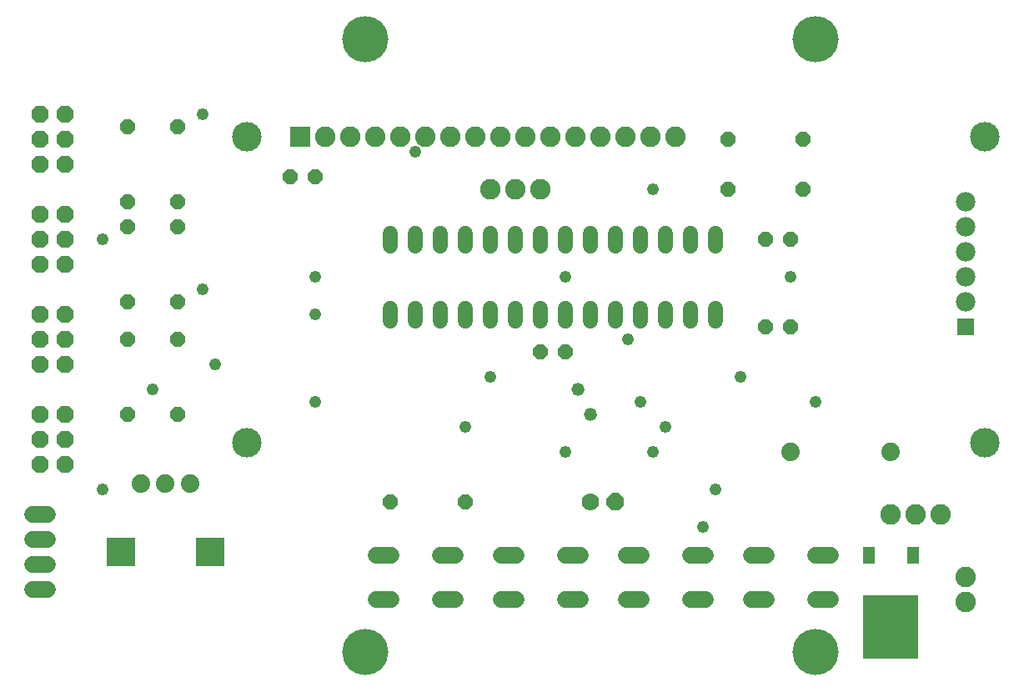
<source format=gts>
G75*
G70*
%OFA0B0*%
%FSLAX24Y24*%
%IPPOS*%
%LPD*%
%AMOC8*
5,1,8,0,0,1.08239X$1,22.5*
%
%ADD10C,0.1850*%
%ADD11R,0.0820X0.0820*%
%ADD12C,0.0820*%
%ADD13C,0.1182*%
%ADD14C,0.0600*%
%ADD15OC8,0.0600*%
%ADD16OC8,0.0700*%
%ADD17C,0.0700*%
%ADD18C,0.0740*%
%ADD19R,0.1182X0.1182*%
%ADD20R,0.2206X0.2521*%
%ADD21R,0.0474X0.0710*%
%ADD22R,0.0674X0.0674*%
%ADD23C,0.0780*%
%ADD24C,0.0680*%
%ADD25OC8,0.0680*%
%ADD26C,0.0480*%
%ADD27C,0.0520*%
D10*
X021760Y007893D03*
X039760Y007893D03*
X039760Y032393D03*
X021760Y032393D03*
D11*
X019161Y028496D03*
D12*
X020161Y028496D03*
X021161Y028496D03*
X022161Y028496D03*
X023161Y028496D03*
X024161Y028496D03*
X025161Y028496D03*
X026161Y028496D03*
X027161Y028496D03*
X028161Y028496D03*
X029161Y028496D03*
X030161Y028496D03*
X031161Y028496D03*
X032161Y028496D03*
X033161Y028496D03*
X034161Y028496D03*
X028760Y026393D03*
X027760Y026393D03*
X026760Y026393D03*
X042760Y013393D03*
X043760Y013393D03*
X044760Y013393D03*
X045760Y010893D03*
X045760Y009893D03*
D13*
X046523Y016291D03*
X046523Y028496D03*
X016996Y028496D03*
X016996Y016291D03*
D14*
X022760Y021133D02*
X022760Y021653D01*
X023760Y021653D02*
X023760Y021133D01*
X024760Y021133D02*
X024760Y021653D01*
X025760Y021653D02*
X025760Y021133D01*
X026760Y021133D02*
X026760Y021653D01*
X027760Y021653D02*
X027760Y021133D01*
X028760Y021133D02*
X028760Y021653D01*
X029760Y021653D02*
X029760Y021133D01*
X030760Y021133D02*
X030760Y021653D01*
X031760Y021653D02*
X031760Y021133D01*
X032760Y021133D02*
X032760Y021653D01*
X033760Y021653D02*
X033760Y021133D01*
X034760Y021133D02*
X034760Y021653D01*
X035760Y021653D02*
X035760Y021133D01*
X035760Y024133D02*
X035760Y024653D01*
X034760Y024653D02*
X034760Y024133D01*
X033760Y024133D02*
X033760Y024653D01*
X032760Y024653D02*
X032760Y024133D01*
X031760Y024133D02*
X031760Y024653D01*
X030760Y024653D02*
X030760Y024133D01*
X029760Y024133D02*
X029760Y024653D01*
X028760Y024653D02*
X028760Y024133D01*
X027760Y024133D02*
X027760Y024653D01*
X026760Y024653D02*
X026760Y024133D01*
X025760Y024133D02*
X025760Y024653D01*
X024760Y024653D02*
X024760Y024133D01*
X023760Y024133D02*
X023760Y024653D01*
X022760Y024653D02*
X022760Y024133D01*
D15*
X019760Y026893D03*
X018760Y026893D03*
X014260Y025893D03*
X014260Y024893D03*
X012260Y024893D03*
X012260Y025893D03*
X012260Y028893D03*
X014260Y028893D03*
X014260Y021893D03*
X014260Y020393D03*
X012260Y020393D03*
X012260Y021893D03*
X012260Y017393D03*
X014260Y017393D03*
X022760Y013893D03*
X025760Y013893D03*
X028760Y019893D03*
X029760Y019893D03*
X037760Y020893D03*
X038760Y020893D03*
X038760Y024393D03*
X037760Y024393D03*
X039260Y026393D03*
X039260Y028393D03*
X036260Y028393D03*
X036260Y026393D03*
D16*
X031760Y013893D03*
D17*
X030760Y013893D03*
D18*
X038760Y015893D03*
X042760Y015893D03*
X014744Y014649D03*
X013760Y014649D03*
X012775Y014649D03*
D19*
X011988Y011893D03*
X015531Y011893D03*
D20*
X042760Y008909D03*
D21*
X043657Y011783D03*
X041862Y011783D03*
D22*
X045760Y020893D03*
D23*
X045760Y021893D03*
X045760Y022893D03*
X045760Y023893D03*
X045760Y024893D03*
X045760Y025893D03*
D24*
X009060Y010393D02*
X008460Y010393D01*
X008460Y011393D02*
X009060Y011393D01*
X009060Y012393D02*
X008460Y012393D01*
X008460Y013393D02*
X009060Y013393D01*
X022180Y011783D02*
X022780Y011783D01*
X024740Y011783D02*
X025340Y011783D01*
X027180Y011783D02*
X027780Y011783D01*
X029740Y011783D02*
X030340Y011783D01*
X032180Y011783D02*
X032780Y011783D01*
X034740Y011783D02*
X035340Y011783D01*
X037180Y011783D02*
X037780Y011783D01*
X039740Y011783D02*
X040340Y011783D01*
X040340Y010003D02*
X039740Y010003D01*
X037780Y010003D02*
X037180Y010003D01*
X035340Y010003D02*
X034740Y010003D01*
X032780Y010003D02*
X032180Y010003D01*
X030340Y010003D02*
X029740Y010003D01*
X027780Y010003D02*
X027180Y010003D01*
X025340Y010003D02*
X024740Y010003D01*
X022780Y010003D02*
X022180Y010003D01*
D25*
X009760Y015393D03*
X009760Y016393D03*
X008760Y016393D03*
X008760Y015393D03*
X008760Y017393D03*
X009760Y017393D03*
X009760Y019393D03*
X008760Y019393D03*
X008760Y020393D03*
X009760Y020393D03*
X009760Y021393D03*
X008760Y021393D03*
X008760Y023393D03*
X009760Y023393D03*
X009760Y024393D03*
X009760Y025393D03*
X008760Y025393D03*
X008760Y024393D03*
X008760Y027393D03*
X009760Y027393D03*
X009760Y028393D03*
X008760Y028393D03*
X008760Y029393D03*
X009760Y029393D03*
D26*
X015260Y029393D03*
X011260Y024393D03*
X015260Y022393D03*
X015760Y019393D03*
X013260Y018393D03*
X011260Y014393D03*
X019760Y017893D03*
X019760Y021393D03*
X019760Y022893D03*
X023760Y027893D03*
X029760Y022893D03*
X032260Y020393D03*
X032760Y017893D03*
X033760Y016893D03*
X033260Y015893D03*
X035760Y014393D03*
X035260Y012893D03*
X029760Y015893D03*
X025760Y016893D03*
X026760Y018893D03*
X033260Y026393D03*
X038760Y022893D03*
X036760Y018893D03*
X039760Y017893D03*
D27*
X030760Y017393D03*
X030260Y018393D03*
M02*

</source>
